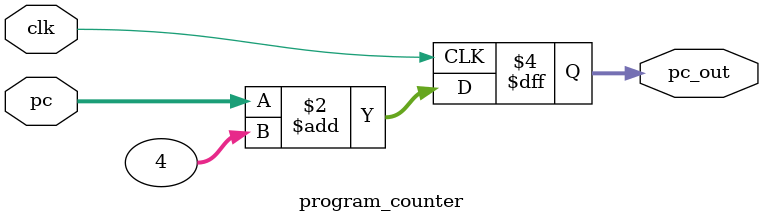
<source format=v>
module program_counter(
    input clk,
    input [31:0] pc,
    output reg [31:0] pc_out
);

    always @(posedge clk) begin
        pc_out <= pc + 4;
    end

initial begin
    $dumpfile("../vcd/program_counter.vcd");
    $dumpvars(0,program_counter);
end

endmodule
</source>
